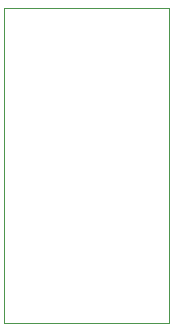
<source format=gbr>
%TF.GenerationSoftware,KiCad,Pcbnew,8.0.5*%
%TF.CreationDate,2024-11-20T10:52:19+05:30*%
%TF.ProjectId,MCUs,4d435573-2e6b-4696-9361-645f70636258,rev?*%
%TF.SameCoordinates,Original*%
%TF.FileFunction,Profile,NP*%
%FSLAX46Y46*%
G04 Gerber Fmt 4.6, Leading zero omitted, Abs format (unit mm)*
G04 Created by KiCad (PCBNEW 8.0.5) date 2024-11-20 10:52:19*
%MOMM*%
%LPD*%
G01*
G04 APERTURE LIST*
%TA.AperFunction,Profile*%
%ADD10C,0.050000*%
%TD*%
G04 APERTURE END LIST*
D10*
X52705000Y-64770000D02*
X52705000Y-38100000D01*
X38735000Y-64770000D02*
X52705000Y-64770000D01*
X38735000Y-38100000D02*
X38735000Y-64770000D01*
X52705000Y-38100000D02*
X38735000Y-38100000D01*
M02*

</source>
